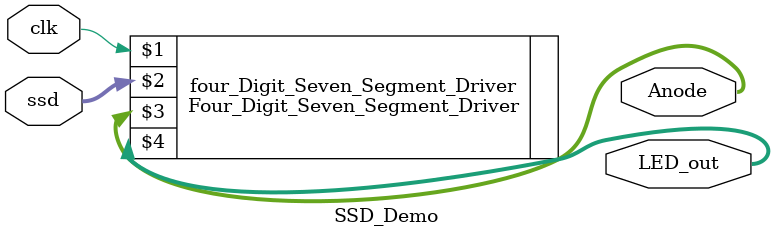
<source format=v>
module SSD_Demo (input clk, input [12:0] ssd, output [3:0] Anode, output [6:0] LED_out);
    Four_Digit_Seven_Segment_Driver four_Digit_Seven_Segment_Driver(clk, ssd, Anode, LED_out);     
endmodule

</source>
